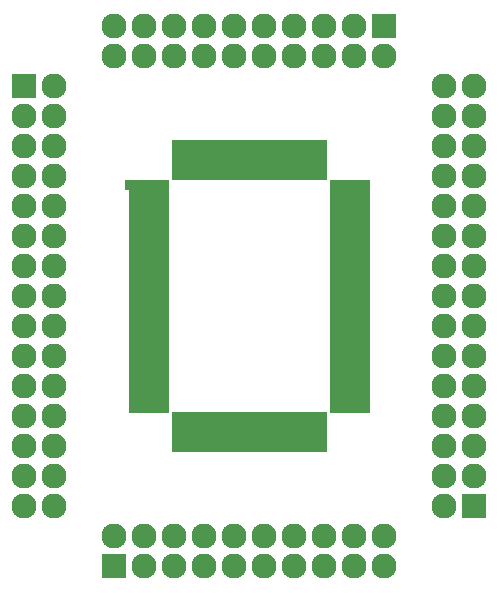
<source format=gts>
G04 #@! TF.FileFunction,Soldermask,Top*
%FSLAX46Y46*%
G04 Gerber Fmt 4.6, Leading zero omitted, Abs format (unit mm)*
G04 Created by KiCad (PCBNEW (2015-09-08 BZR 6170, Git 6269158)-product) date 8/14/2016 2:55:12 PM*
%MOMM*%
G01*
G04 APERTURE LIST*
%ADD10C,0.100000*%
%ADD11R,2.127200X2.127200*%
%ADD12O,2.127200X2.127200*%
%ADD13R,3.800000X0.830000*%
%ADD14R,3.400000X0.830000*%
%ADD15R,0.830000X3.400000*%
G04 APERTURE END LIST*
D10*
D11*
X129540000Y-88900000D03*
D12*
X132080000Y-88900000D03*
X129540000Y-91440000D03*
X132080000Y-91440000D03*
X129540000Y-93980000D03*
X132080000Y-93980000D03*
X129540000Y-96520000D03*
X132080000Y-96520000D03*
X129540000Y-99060000D03*
X132080000Y-99060000D03*
X129540000Y-101600000D03*
X132080000Y-101600000D03*
X129540000Y-104140000D03*
X132080000Y-104140000D03*
X129540000Y-106680000D03*
X132080000Y-106680000D03*
X129540000Y-109220000D03*
X132080000Y-109220000D03*
X129540000Y-111760000D03*
X132080000Y-111760000D03*
X129540000Y-114300000D03*
X132080000Y-114300000D03*
X129540000Y-116840000D03*
X132080000Y-116840000D03*
X129540000Y-119380000D03*
X132080000Y-119380000D03*
X129540000Y-121920000D03*
X132080000Y-121920000D03*
X129540000Y-124460000D03*
X132080000Y-124460000D03*
D11*
X137160000Y-129540000D03*
D12*
X137160000Y-127000000D03*
X139700000Y-129540000D03*
X139700000Y-127000000D03*
X142240000Y-129540000D03*
X142240000Y-127000000D03*
X144780000Y-129540000D03*
X144780000Y-127000000D03*
X147320000Y-129540000D03*
X147320000Y-127000000D03*
X149860000Y-129540000D03*
X149860000Y-127000000D03*
X152400000Y-129540000D03*
X152400000Y-127000000D03*
X154940000Y-129540000D03*
X154940000Y-127000000D03*
X157480000Y-129540000D03*
X157480000Y-127000000D03*
X160020000Y-129540000D03*
X160020000Y-127000000D03*
D11*
X167640000Y-124460000D03*
D12*
X165100000Y-124460000D03*
X167640000Y-121920000D03*
X165100000Y-121920000D03*
X167640000Y-119380000D03*
X165100000Y-119380000D03*
X167640000Y-116840000D03*
X165100000Y-116840000D03*
X167640000Y-114300000D03*
X165100000Y-114300000D03*
X167640000Y-111760000D03*
X165100000Y-111760000D03*
X167640000Y-109220000D03*
X165100000Y-109220000D03*
X167640000Y-106680000D03*
X165100000Y-106680000D03*
X167640000Y-104140000D03*
X165100000Y-104140000D03*
X167640000Y-101600000D03*
X165100000Y-101600000D03*
X167640000Y-99060000D03*
X165100000Y-99060000D03*
X167640000Y-96520000D03*
X165100000Y-96520000D03*
X167640000Y-93980000D03*
X165100000Y-93980000D03*
X167640000Y-91440000D03*
X165100000Y-91440000D03*
X167640000Y-88900000D03*
X165100000Y-88900000D03*
D11*
X160020000Y-83820000D03*
D12*
X160020000Y-86360000D03*
X157480000Y-83820000D03*
X157480000Y-86360000D03*
X154940000Y-83820000D03*
X154940000Y-86360000D03*
X152400000Y-83820000D03*
X152400000Y-86360000D03*
X149860000Y-83820000D03*
X149860000Y-86360000D03*
X147320000Y-83820000D03*
X147320000Y-86360000D03*
X144780000Y-83820000D03*
X144780000Y-86360000D03*
X142240000Y-83820000D03*
X142240000Y-86360000D03*
X139700000Y-83820000D03*
X139700000Y-86360000D03*
X137160000Y-83820000D03*
X137160000Y-86360000D03*
D13*
X139890000Y-97255000D03*
D14*
X140090000Y-97905000D03*
X140090000Y-98555000D03*
X140090000Y-99205000D03*
X140090000Y-99855000D03*
X140090000Y-100505000D03*
X140090000Y-101155000D03*
X140090000Y-101805000D03*
X140090000Y-102455000D03*
X140090000Y-103105000D03*
X140090000Y-103755000D03*
X140090000Y-104405000D03*
X140090000Y-105055000D03*
X140090000Y-105705000D03*
X140090000Y-106355000D03*
X140090000Y-107005000D03*
X140090000Y-107655000D03*
X140090000Y-108305000D03*
X140090000Y-108955000D03*
X140090000Y-109605000D03*
X140090000Y-110255000D03*
X140090000Y-110905000D03*
X140090000Y-111555000D03*
X140090000Y-112205000D03*
X140090000Y-112855000D03*
X140090000Y-113505000D03*
X140090000Y-114155000D03*
X140090000Y-114805000D03*
X140090000Y-115455000D03*
X140090000Y-116105000D03*
D15*
X142415000Y-118180000D03*
X143065000Y-118180000D03*
X143715000Y-118180000D03*
X144365000Y-118180000D03*
X145015000Y-118180000D03*
X145665000Y-118180000D03*
X146315000Y-118180000D03*
X146965000Y-118180000D03*
X147615000Y-118180000D03*
X148265000Y-118180000D03*
X148915000Y-118180000D03*
X149565000Y-118180000D03*
X150215000Y-118180000D03*
X150865000Y-118180000D03*
X151515000Y-118180000D03*
X152165000Y-118180000D03*
X152815000Y-118180000D03*
X153465000Y-118180000D03*
X154115000Y-118180000D03*
X154765000Y-118180000D03*
D14*
X157090000Y-116105000D03*
X157090000Y-115455000D03*
X157090000Y-114805000D03*
X157090000Y-114155000D03*
X157090000Y-113505000D03*
X157090000Y-112855000D03*
X157090000Y-112205000D03*
X157090000Y-111555000D03*
X157090000Y-110905000D03*
X157090000Y-110255000D03*
X157090000Y-109605000D03*
X157090000Y-108955000D03*
X157090000Y-108305000D03*
X157090000Y-107655000D03*
X157090000Y-107005000D03*
X157090000Y-106355000D03*
X157090000Y-105705000D03*
X157090000Y-105055000D03*
X157090000Y-104405000D03*
X157090000Y-103755000D03*
X157090000Y-103105000D03*
X157090000Y-102455000D03*
X157090000Y-101805000D03*
X157090000Y-101155000D03*
X157090000Y-100505000D03*
X157090000Y-99855000D03*
X157090000Y-99205000D03*
X157090000Y-98555000D03*
X157090000Y-97905000D03*
X157090000Y-97255000D03*
D15*
X154765000Y-95180000D03*
X154115000Y-95180000D03*
X153465000Y-95180000D03*
X152815000Y-95180000D03*
X152165000Y-95180000D03*
X151515000Y-95180000D03*
X150865000Y-95180000D03*
X150215000Y-95180000D03*
X149565000Y-95180000D03*
X148915000Y-95180000D03*
X148265000Y-95180000D03*
X147615000Y-95180000D03*
X146965000Y-95180000D03*
X146315000Y-95180000D03*
X145665000Y-95180000D03*
X145015000Y-95180000D03*
X144365000Y-95180000D03*
X143715000Y-95180000D03*
X143065000Y-95180000D03*
X142415000Y-95180000D03*
M02*

</source>
